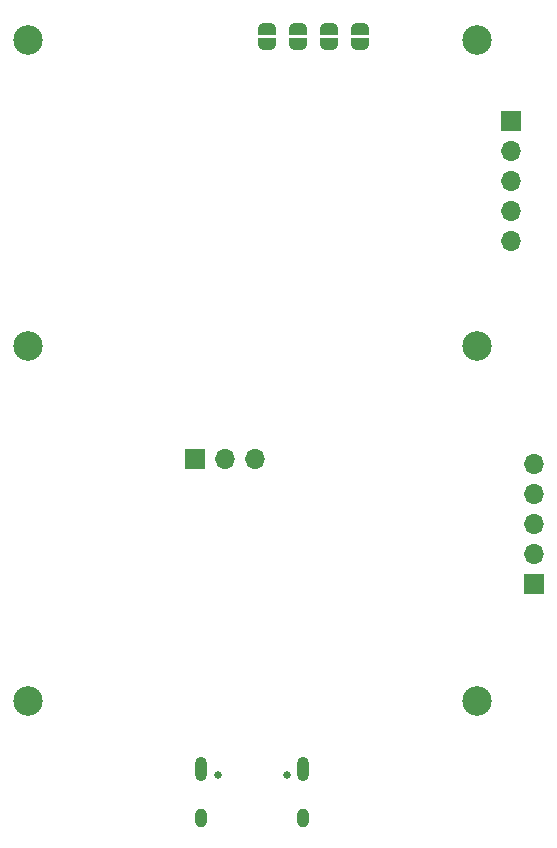
<source format=gbr>
%TF.GenerationSoftware,KiCad,Pcbnew,(6.0.4)*%
%TF.CreationDate,2022-05-01T17:18:24+08:00*%
%TF.ProjectId,RFID-siteV_1_0,52464944-2d73-4697-9465-565f315f302e,rev?*%
%TF.SameCoordinates,Original*%
%TF.FileFunction,Soldermask,Bot*%
%TF.FilePolarity,Negative*%
%FSLAX46Y46*%
G04 Gerber Fmt 4.6, Leading zero omitted, Abs format (unit mm)*
G04 Created by KiCad (PCBNEW (6.0.4)) date 2022-05-01 17:18:24*
%MOMM*%
%LPD*%
G01*
G04 APERTURE LIST*
G04 Aperture macros list*
%AMFreePoly0*
4,1,22,0.500000,-0.750000,0.000000,-0.750000,0.000000,-0.745033,-0.079941,-0.743568,-0.215256,-0.701293,-0.333266,-0.622738,-0.424486,-0.514219,-0.481581,-0.384460,-0.499164,-0.250000,-0.500000,-0.250000,-0.500000,0.250000,-0.499164,0.250000,-0.499963,0.256109,-0.478152,0.396186,-0.417904,0.524511,-0.324060,0.630769,-0.204165,0.706417,-0.067858,0.745374,0.000000,0.744959,0.000000,0.750000,
0.500000,0.750000,0.500000,-0.750000,0.500000,-0.750000,$1*%
%AMFreePoly1*
4,1,20,0.000000,0.744959,0.073905,0.744508,0.209726,0.703889,0.328688,0.626782,0.421226,0.519385,0.479903,0.390333,0.500000,0.250000,0.500000,-0.250000,0.499851,-0.262216,0.476331,-0.402017,0.414519,-0.529596,0.319384,-0.634700,0.198574,-0.708877,0.061801,-0.746166,0.000000,-0.745033,0.000000,-0.750000,-0.500000,-0.750000,-0.500000,0.750000,0.000000,0.750000,0.000000,0.744959,
0.000000,0.744959,$1*%
G04 Aperture macros list end*
%ADD10R,1.700000X1.700000*%
%ADD11O,1.700000X1.700000*%
%ADD12C,2.500000*%
%ADD13FreePoly0,90.000000*%
%ADD14FreePoly1,90.000000*%
%ADD15C,0.650000*%
%ADD16O,1.000000X1.600000*%
%ADD17O,1.000000X2.100000*%
G04 APERTURE END LIST*
D10*
%TO.C,J3*%
X92329000Y-141427200D03*
D11*
X94869000Y-141427200D03*
X97409000Y-141427200D03*
%TD*%
D12*
%TO.C,H6*%
X116208239Y-106020952D03*
%TD*%
%TO.C,H5*%
X116208239Y-131920952D03*
%TD*%
%TO.C,H4*%
X116207982Y-161920952D03*
%TD*%
%TO.C,H3*%
X78207982Y-161920952D03*
%TD*%
%TO.C,H2*%
X78208239Y-131920952D03*
%TD*%
%TO.C,H1*%
X78208239Y-106020952D03*
%TD*%
D13*
%TO.C,JP4*%
X106299000Y-106339400D03*
D14*
X106299000Y-105039400D03*
%TD*%
D13*
%TO.C,JP3*%
X103708200Y-106339400D03*
D14*
X103708200Y-105039400D03*
%TD*%
D13*
%TO.C,JP2*%
X101092000Y-106339400D03*
D14*
X101092000Y-105039400D03*
%TD*%
D13*
%TO.C,JP1*%
X98475800Y-106339400D03*
D14*
X98475800Y-105039400D03*
%TD*%
D10*
%TO.C,J4*%
X121056400Y-152044400D03*
D11*
X121056400Y-149504400D03*
X121056400Y-146964400D03*
X121056400Y-144424400D03*
X121056400Y-141884400D03*
%TD*%
D10*
%TO.C,J2*%
X119126000Y-112882600D03*
D11*
X119126000Y-115422600D03*
X119126000Y-117962600D03*
X119126000Y-120502600D03*
X119126000Y-123042600D03*
%TD*%
D15*
%TO.C,J1*%
X100097982Y-168240400D03*
X94317982Y-168240400D03*
D16*
X92887982Y-171890400D03*
D17*
X92887982Y-167710400D03*
X101527982Y-167710400D03*
D16*
X101527982Y-171890400D03*
%TD*%
M02*

</source>
